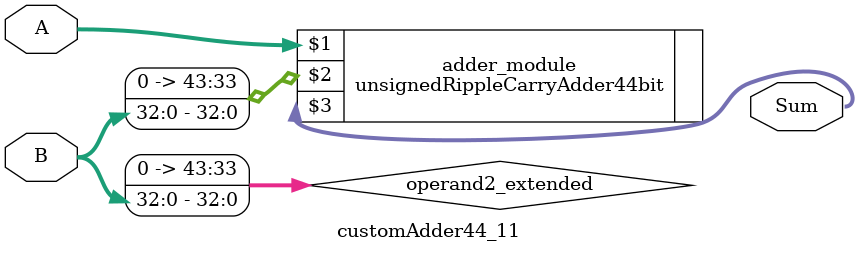
<source format=v>
module customAdder44_11(
                        input [43 : 0] A,
                        input [32 : 0] B,
                        
                        output [44 : 0] Sum
                );

        wire [43 : 0] operand2_extended;
        
        assign operand2_extended =  {11'b0, B};
        
        unsignedRippleCarryAdder44bit adder_module(
            A,
            operand2_extended,
            Sum
        );
        
        endmodule
        
</source>
